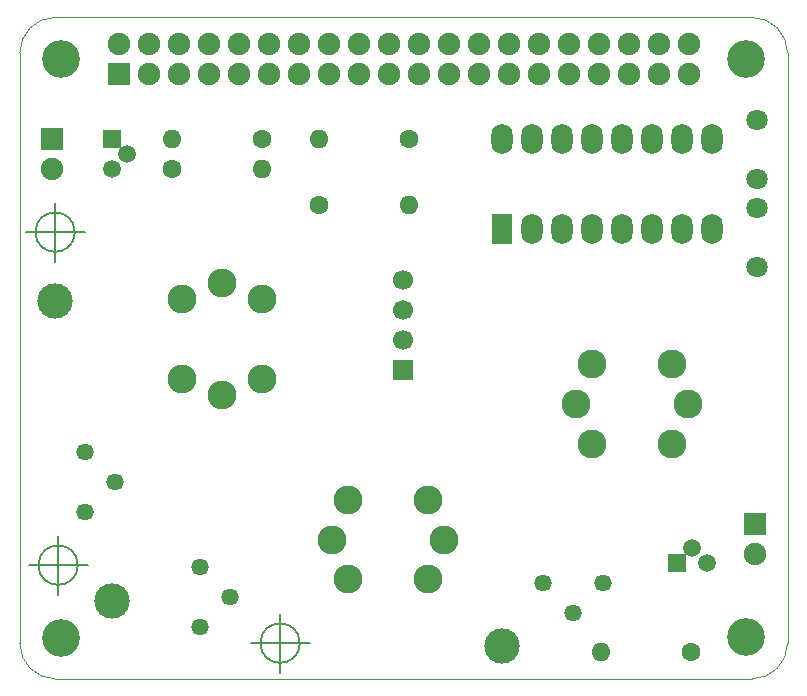
<source format=gbr>
%TF.GenerationSoftware,KiCad,Pcbnew,(5.1.0)-1*%
%TF.CreationDate,2021-12-23T09:16:39+02:00*%
%TF.ProjectId,RPI_HAT_sensors,5250495f-4841-4545-9f73-656e736f7273,rev?*%
%TF.SameCoordinates,Original*%
%TF.FileFunction,Soldermask,Top*%
%TF.FilePolarity,Negative*%
%FSLAX46Y46*%
G04 Gerber Fmt 4.6, Leading zero omitted, Abs format (unit mm)*
G04 Created by KiCad (PCBNEW (5.1.0)-1) date 2021-12-23 09:16:39*
%MOMM*%
%LPD*%
G04 APERTURE LIST*
%ADD10C,0.150000*%
%ADD11C,0.100000*%
%ADD12C,2.450000*%
%ADD13R,1.900000X1.900000*%
%ADD14O,1.900000X1.900000*%
%ADD15C,3.200000*%
%ADD16R,1.800000X2.600000*%
%ADD17O,1.800000X2.600000*%
%ADD18C,1.460000*%
%ADD19C,1.500000*%
%ADD20R,1.500000X1.500000*%
%ADD21O,1.600000X1.600000*%
%ADD22C,1.600000*%
%ADD23R,1.700000X1.700000*%
%ADD24C,1.700000*%
%ADD25C,1.800000*%
%ADD26C,3.000000*%
G04 APERTURE END LIST*
D10*
X102250666Y-113792000D02*
G75*
G03X102250666Y-113792000I-1666666J0D01*
G01*
X98084000Y-113792000D02*
X103084000Y-113792000D01*
X100584000Y-111292000D02*
X100584000Y-116292000D01*
X83454666Y-107188000D02*
G75*
G03X83454666Y-107188000I-1666666J0D01*
G01*
X79288000Y-107188000D02*
X84288000Y-107188000D01*
X81788000Y-104688000D02*
X81788000Y-109688000D01*
X83200666Y-78994000D02*
G75*
G03X83200666Y-78994000I-1666666J0D01*
G01*
X79034000Y-78994000D02*
X84034000Y-78994000D01*
X81534000Y-76494000D02*
X81534000Y-81494000D01*
D11*
X78546356Y-63817611D02*
X78546356Y-113817611D01*
X78546356Y-63817611D02*
G75*
G02X81546356Y-60817611I3000000J0D01*
G01*
X140546356Y-60817611D02*
X81546356Y-60817611D01*
X140546356Y-60817611D02*
G75*
G02X143546356Y-63817611I0J-3000000D01*
G01*
X143546356Y-113817611D02*
X143546356Y-63817611D01*
X81546356Y-116817611D02*
G75*
G02X78546356Y-113817611I0J3000000D01*
G01*
X81546356Y-116817611D02*
X140546356Y-116817611D01*
X143546351Y-113822847D02*
G75*
G02X140546356Y-116817611I-2999995J5236D01*
G01*
D12*
X113100500Y-108401500D03*
X106355500Y-108401500D03*
X104978000Y-105029000D03*
X106355500Y-101656500D03*
X113100500Y-101656500D03*
X114478000Y-105029000D03*
D13*
X86920000Y-65590000D03*
D14*
X86920000Y-63050000D03*
X89460000Y-65590000D03*
X89460000Y-63050000D03*
X92000000Y-65590000D03*
X92000000Y-63050000D03*
X94540000Y-65590000D03*
X94540000Y-63050000D03*
X97080000Y-65590000D03*
X97080000Y-63050000D03*
X99620000Y-65590000D03*
X99620000Y-63050000D03*
X102160000Y-65590000D03*
X102160000Y-63050000D03*
X104700000Y-65590000D03*
X104700000Y-63050000D03*
X107240000Y-65590000D03*
X107240000Y-63050000D03*
X109780000Y-65590000D03*
X109780000Y-63050000D03*
X112320000Y-65590000D03*
X112320000Y-63050000D03*
X114860000Y-65590000D03*
X114860000Y-63050000D03*
X117400000Y-65590000D03*
X117400000Y-63050000D03*
X119940000Y-65590000D03*
X119940000Y-63050000D03*
X122480000Y-65590000D03*
X122480000Y-63050000D03*
X125020000Y-65590000D03*
X125020000Y-63050000D03*
X127560000Y-65590000D03*
X127560000Y-63050000D03*
X130100000Y-65590000D03*
X130100000Y-63050000D03*
X132640000Y-65590000D03*
X132640000Y-63050000D03*
X135180000Y-65590000D03*
X135180000Y-63050000D03*
D15*
X82040000Y-64310000D03*
X140040000Y-64330000D03*
X82040000Y-113320000D03*
X140030000Y-113310000D03*
D12*
X92315000Y-91440000D03*
X92315000Y-84695000D03*
X95687500Y-83317500D03*
X99060000Y-84695000D03*
X99060000Y-91440000D03*
X95687500Y-92817500D03*
X125653600Y-93573600D03*
X127031100Y-96946100D03*
X133776100Y-96946100D03*
X135153600Y-93573600D03*
X133776100Y-90201100D03*
X127031100Y-90201100D03*
D16*
X119380000Y-78740000D03*
D17*
X137160000Y-71120000D03*
X121920000Y-78740000D03*
X134620000Y-71120000D03*
X124460000Y-78740000D03*
X132080000Y-71120000D03*
X127000000Y-78740000D03*
X129540000Y-71120000D03*
X129540000Y-78740000D03*
X127000000Y-71120000D03*
X132080000Y-78740000D03*
X124460000Y-71120000D03*
X134620000Y-78740000D03*
X121920000Y-71120000D03*
X137160000Y-78740000D03*
X119380000Y-71120000D03*
D18*
X84048600Y-102666800D03*
X86588600Y-100126800D03*
X84048600Y-97586800D03*
X93802200Y-107340400D03*
X96342200Y-109880400D03*
X93802200Y-112420400D03*
X122834400Y-108712000D03*
X125374400Y-111252000D03*
X127914400Y-108712000D03*
D13*
X81280000Y-71120000D03*
D14*
X81280000Y-73660000D03*
D19*
X87630000Y-72390000D03*
X86360000Y-73660000D03*
D20*
X86360000Y-71120000D03*
D21*
X91440000Y-71120000D03*
D22*
X99060000Y-71120000D03*
X91440000Y-73660000D03*
D21*
X99060000Y-73660000D03*
D22*
X111506000Y-71120000D03*
D21*
X103886000Y-71120000D03*
D23*
X110998000Y-90678000D03*
D24*
X110998000Y-88138000D03*
X110998000Y-85598000D03*
X110998000Y-83058000D03*
D25*
X140944600Y-69494400D03*
X140944600Y-74494400D03*
X140944600Y-76940400D03*
X140944600Y-81940400D03*
D13*
X140766800Y-103682800D03*
D14*
X140766800Y-106222800D03*
D19*
X135458200Y-105740200D03*
X136728200Y-107010200D03*
D20*
X134188200Y-107010200D03*
D22*
X103886000Y-76708000D03*
D21*
X111506000Y-76708000D03*
X127762000Y-114554000D03*
D22*
X135382000Y-114554000D03*
D26*
X81534000Y-84836000D03*
X86360000Y-110236000D03*
X119380000Y-114046000D03*
M02*

</source>
